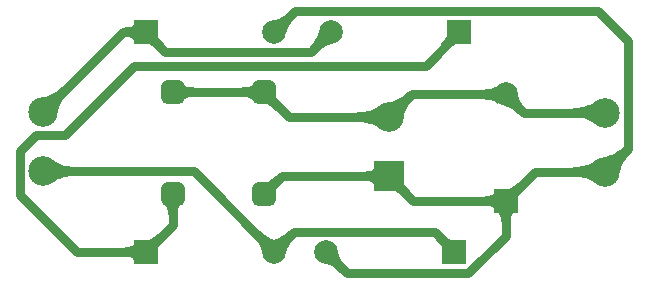
<source format=gbl>
G04*
G04 #@! TF.GenerationSoftware,Altium Limited,Altium Designer,20.1.11 (218)*
G04*
G04 Layer_Physical_Order=2*
G04 Layer_Color=16711680*
%FSLAX25Y25*%
%MOIN*%
G70*
G04*
G04 #@! TF.SameCoordinates,6160B9BD-7729-4E2E-82A6-AC9B84563703*
G04*
G04*
G04 #@! TF.FilePolarity,Positive*
G04*
G01*
G75*
%ADD10C,0.03150*%
%ADD11C,0.07874*%
%ADD12R,0.07874X0.07874*%
%ADD13R,0.07874X0.07874*%
G04:AMPARAMS|DCode=14|XSize=78.74mil|YSize=78.74mil|CornerRadius=19.68mil|HoleSize=0mil|Usage=FLASHONLY|Rotation=90.000|XOffset=0mil|YOffset=0mil|HoleType=Round|Shape=RoundedRectangle|*
%AMROUNDEDRECTD14*
21,1,0.07874,0.03937,0,0,90.0*
21,1,0.03937,0.07874,0,0,90.0*
1,1,0.03937,0.01968,0.01968*
1,1,0.03937,0.01968,-0.01968*
1,1,0.03937,-0.01968,-0.01968*
1,1,0.03937,-0.01968,0.01968*
%
%ADD14ROUNDEDRECTD14*%
%ADD15C,0.09843*%
%ADD16R,0.09843X0.09843*%
G36*
X106218Y89424D02*
X105679Y88864D01*
X104754Y87769D01*
X104368Y87234D01*
X104034Y86708D01*
X103750Y86190D01*
X103517Y85681D01*
X103335Y85180D01*
X103204Y84688D01*
X103125Y84204D01*
X98771Y88558D01*
X99255Y88638D01*
X99747Y88768D01*
X100248Y88950D01*
X100757Y89183D01*
X101275Y89467D01*
X101801Y89802D01*
X102336Y90188D01*
X103431Y91113D01*
X103991Y91651D01*
X106218Y89424D01*
D02*
G37*
G36*
X52481Y81496D02*
X52449Y81795D01*
X52354Y82063D01*
X52196Y82299D01*
X51975Y82504D01*
X51690Y82677D01*
X51343Y82819D01*
X50932Y82929D01*
X50457Y83008D01*
X49920Y83055D01*
X49319Y83071D01*
Y86221D01*
X49920Y86236D01*
X50457Y86284D01*
X50932Y86362D01*
X51343Y86473D01*
X51690Y86614D01*
X51975Y86787D01*
X52196Y86992D01*
X52354Y87229D01*
X52449Y87496D01*
X52481Y87795D01*
Y81496D01*
D02*
G37*
G36*
X161309Y80721D02*
X161064Y80899D01*
X160774Y80988D01*
X160440D01*
X160062Y80899D01*
X159639Y80721D01*
X159171Y80453D01*
X158659Y80097D01*
X158102Y79652D01*
X156855Y78494D01*
X154628Y80721D01*
X155251Y81367D01*
X156231Y82525D01*
X156587Y83037D01*
X156855Y83505D01*
X157033Y83928D01*
X157122Y84306D01*
Y84641D01*
X157033Y84930D01*
X156855Y85175D01*
X161309Y80721D01*
D02*
G37*
G36*
X60141Y84930D02*
X60052Y84641D01*
Y84306D01*
X60141Y83928D01*
X60319Y83505D01*
X60586Y83037D01*
X60942Y82525D01*
X61388Y81968D01*
X62546Y80721D01*
X60319Y78494D01*
X59673Y79117D01*
X58515Y80097D01*
X58003Y80453D01*
X57535Y80721D01*
X57112Y80899D01*
X56733Y80988D01*
X56399D01*
X56110Y80899D01*
X55865Y80721D01*
X60319Y85175D01*
X60141Y84930D01*
D02*
G37*
G36*
X118403Y80734D02*
X117919Y80654D01*
X117426Y80523D01*
X116926Y80342D01*
X116416Y80109D01*
X115899Y79825D01*
X115372Y79490D01*
X114837Y79104D01*
X113742Y78179D01*
X113182Y77640D01*
X110955Y79867D01*
X111494Y80427D01*
X112419Y81523D01*
X112805Y82057D01*
X113140Y82584D01*
X113424Y83101D01*
X113656Y83611D01*
X113838Y84112D01*
X113969Y84604D01*
X114049Y85088D01*
X118403Y80734D01*
D02*
G37*
G36*
X92150Y61496D02*
X92115Y61793D01*
X92007Y62060D01*
X91829Y62295D01*
X91579Y62499D01*
X91257Y62671D01*
X90864Y62812D01*
X90400Y62922D01*
X89864Y63000D01*
X89257Y63047D01*
X88578Y63063D01*
Y66213D01*
X89257Y66228D01*
X89864Y66275D01*
X90400Y66354D01*
X90864Y66463D01*
X91257Y66605D01*
X91579Y66777D01*
X91829Y66981D01*
X92007Y67216D01*
X92115Y67482D01*
X92150Y67780D01*
Y61496D01*
D02*
G37*
G36*
X68909Y67482D02*
X69016Y67216D01*
X69195Y66981D01*
X69445Y66777D01*
X69766Y66605D01*
X70159Y66463D01*
X70624Y66354D01*
X71160Y66275D01*
X71767Y66228D01*
X72446Y66213D01*
Y63063D01*
X71767Y63047D01*
X71160Y63000D01*
X70624Y62922D01*
X70159Y62812D01*
X69766Y62671D01*
X69445Y62499D01*
X69195Y62295D01*
X69016Y62060D01*
X68909Y61793D01*
X68873Y61496D01*
Y67780D01*
X68909Y67482D01*
D02*
G37*
G36*
X173924Y60813D02*
X173526Y61098D01*
X173085Y61354D01*
X172602Y61580D01*
X172078Y61775D01*
X171511Y61941D01*
X170902Y62076D01*
X170251Y62181D01*
X168823Y62302D01*
X168045Y62317D01*
Y65466D01*
X168823Y65481D01*
X170251Y65602D01*
X170902Y65707D01*
X171511Y65842D01*
X172078Y66008D01*
X172602Y66203D01*
X173085Y66429D01*
X173526Y66684D01*
X173924Y66970D01*
Y60813D01*
D02*
G37*
G36*
X99422Y64906D02*
X99334Y64618D01*
X99335Y64284D01*
X99426Y63906D01*
X99605Y63483D01*
X99874Y63015D01*
X100231Y62502D01*
X100678Y61945D01*
X101838Y60696D01*
X99611Y58469D01*
X98964Y59094D01*
X97805Y60076D01*
X97292Y60434D01*
X96824Y60702D01*
X96401Y60881D01*
X96023Y60972D01*
X95689Y60973D01*
X95401Y60885D01*
X95157Y60708D01*
X99599Y65150D01*
X99422Y64906D01*
D02*
G37*
G36*
X30634Y64292D02*
X30005Y63631D01*
X29434Y62964D01*
X28920Y62290D01*
X28464Y61609D01*
X28066Y60921D01*
X27725Y60226D01*
X27442Y59525D01*
X27216Y58817D01*
X27048Y58102D01*
X26937Y57381D01*
X21495Y62823D01*
X22216Y62934D01*
X22931Y63102D01*
X23639Y63328D01*
X24341Y63611D01*
X25035Y63952D01*
X25723Y64350D01*
X26404Y64806D01*
X27078Y65320D01*
X27746Y65891D01*
X28406Y66519D01*
X30634Y64292D01*
D02*
G37*
G36*
X180370Y63854D02*
X180501Y63360D01*
X180684Y62858D01*
X180917Y62347D01*
X181201Y61829D01*
X181536Y61302D01*
X181922Y60767D01*
X182845Y59672D01*
X183384Y59113D01*
X181157Y56886D01*
X180597Y57424D01*
X179502Y58348D01*
X178968Y58733D01*
X178441Y59068D01*
X177922Y59352D01*
X177412Y59585D01*
X176909Y59768D01*
X176415Y59899D01*
X175930Y59980D01*
X180289Y64340D01*
X180370Y63854D01*
D02*
G37*
G36*
X145988Y62659D02*
X145361Y61999D01*
X144791Y61332D01*
X144278Y60658D01*
X143822Y59977D01*
X143424Y59289D01*
X143083Y58593D01*
X142799Y57890D01*
X142572Y57180D01*
X142403Y56463D01*
X142291Y55738D01*
X136841Y61189D01*
X137565Y61301D01*
X138283Y61470D01*
X138993Y61697D01*
X139695Y61981D01*
X140391Y62322D01*
X141079Y62720D01*
X141761Y63176D01*
X142435Y63688D01*
X143101Y64258D01*
X143761Y64886D01*
X145988Y62659D01*
D02*
G37*
G36*
X206382Y53966D02*
X205793Y54398D01*
X205169Y54785D01*
X204508Y55126D01*
X203812Y55422D01*
X203080Y55672D01*
X202312Y55876D01*
X201508Y56035D01*
X200668Y56149D01*
X199793Y56217D01*
X198881Y56240D01*
Y59390D01*
X199793Y59412D01*
X200668Y59481D01*
X201508Y59594D01*
X202312Y59753D01*
X203080Y59958D01*
X203812Y60208D01*
X204508Y60504D01*
X205169Y60845D01*
X205793Y61231D01*
X206382Y61663D01*
Y53966D01*
D02*
G37*
G36*
X134334Y52451D02*
X133746Y52883D01*
X133121Y53269D01*
X132461Y53610D01*
X131765Y53906D01*
X131033Y54156D01*
X130265Y54361D01*
X129461Y54520D01*
X128621Y54634D01*
X127745Y54702D01*
X126834Y54725D01*
Y57874D01*
X127745Y57897D01*
X128621Y57965D01*
X129461Y58079D01*
X130265Y58238D01*
X131033Y58443D01*
X131765Y58693D01*
X132461Y58988D01*
X133121Y59329D01*
X133746Y59716D01*
X134334Y60148D01*
Y52451D01*
D02*
G37*
G36*
X218035Y44489D02*
X217409Y43830D01*
X216839Y43164D01*
X216327Y42490D01*
X215872Y41809D01*
X215473Y41120D01*
X215132Y40424D01*
X214848Y39720D01*
X214621Y39009D01*
X214451Y38290D01*
X214337Y37563D01*
X208882Y43018D01*
X209609Y43132D01*
X210328Y43302D01*
X211039Y43529D01*
X211743Y43813D01*
X212439Y44154D01*
X213128Y44553D01*
X213809Y45008D01*
X214483Y45520D01*
X215149Y46090D01*
X215808Y46716D01*
X218035Y44489D01*
D02*
G37*
G36*
X25703Y41664D02*
X26327Y41278D01*
X26988Y40937D01*
X27684Y40641D01*
X28416Y40391D01*
X29184Y40187D01*
X29988Y40027D01*
X30828Y39914D01*
X31704Y39845D01*
X32615Y39823D01*
Y36673D01*
X31704Y36650D01*
X30828Y36582D01*
X29988Y36469D01*
X29184Y36309D01*
X28416Y36105D01*
X27684Y35855D01*
X26988Y35559D01*
X26327Y35218D01*
X25703Y34832D01*
X25115Y34400D01*
Y42096D01*
X25703Y41664D01*
D02*
G37*
G36*
X101838Y34580D02*
X101213Y33933D01*
X100231Y32773D01*
X99874Y32261D01*
X99605Y31793D01*
X99426Y31370D01*
X99335Y30992D01*
X99334Y30658D01*
X99422Y30369D01*
X99599Y30125D01*
X95157Y34568D01*
X95401Y34391D01*
X95689Y34303D01*
X96023Y34304D01*
X96401Y34394D01*
X96824Y34574D01*
X97292Y34842D01*
X97805Y35200D01*
X98362Y35646D01*
X99611Y36807D01*
X101838Y34580D01*
D02*
G37*
G36*
X206382Y34281D02*
X205793Y34713D01*
X205169Y35100D01*
X204508Y35441D01*
X203812Y35737D01*
X203080Y35987D01*
X202312Y36191D01*
X201508Y36350D01*
X200668Y36464D01*
X199793Y36532D01*
X198881Y36555D01*
Y39705D01*
X199793Y39727D01*
X200668Y39796D01*
X201508Y39909D01*
X202312Y40068D01*
X203080Y40273D01*
X203812Y40523D01*
X204508Y40819D01*
X205169Y41160D01*
X205793Y41546D01*
X206382Y41978D01*
Y34281D01*
D02*
G37*
G36*
X132504Y33465D02*
X132473Y33764D01*
X132378Y34032D01*
X132220Y34268D01*
X131999Y34473D01*
X131714Y34646D01*
X131366Y34787D01*
X130955Y34898D01*
X130481Y34976D01*
X129943Y35024D01*
X129343Y35039D01*
Y38189D01*
X129943Y38205D01*
X130481Y38252D01*
X130955Y38331D01*
X131366Y38441D01*
X131714Y38583D01*
X131999Y38756D01*
X132220Y38961D01*
X132378Y39197D01*
X132473Y39465D01*
X132504Y39764D01*
Y33465D01*
D02*
G37*
G36*
X182530Y32383D02*
X181905Y31736D01*
X180923Y30577D01*
X180566Y30064D01*
X180297Y29596D01*
X180118Y29173D01*
X180027Y28795D01*
X180026Y28462D01*
X180114Y28173D01*
X180291Y27929D01*
X175849Y32371D01*
X176093Y32194D01*
X176381Y32106D01*
X176715Y32108D01*
X177093Y32198D01*
X177516Y32377D01*
X177984Y32646D01*
X178497Y33003D01*
X179054Y33450D01*
X180303Y34610D01*
X182530Y32383D01*
D02*
G37*
G36*
X142133Y35914D02*
X142044Y35625D01*
Y35291D01*
X142133Y34912D01*
X142311Y34489D01*
X142578Y34021D01*
X142934Y33509D01*
X143380Y32952D01*
X144538Y31705D01*
X142311Y29478D01*
X141665Y30101D01*
X140507Y31081D01*
X139995Y31438D01*
X139527Y31705D01*
X139104Y31883D01*
X138725Y31972D01*
X138391D01*
X138102Y31883D01*
X137857Y31705D01*
X142311Y36159D01*
X142133Y35914D01*
D02*
G37*
G36*
X172465Y25309D02*
X172433Y25608D01*
X172338Y25875D01*
X172180Y26112D01*
X171959Y26316D01*
X171675Y26490D01*
X171327Y26631D01*
X170916Y26742D01*
X170442Y26820D01*
X169904Y26868D01*
X169303Y26883D01*
Y30033D01*
X169904Y30049D01*
X170442Y30096D01*
X170916Y30175D01*
X171327Y30285D01*
X171675Y30427D01*
X171959Y30600D01*
X172180Y30805D01*
X172338Y31041D01*
X172433Y31309D01*
X172465Y31608D01*
Y25309D01*
D02*
G37*
G36*
X68199Y27083D02*
X67932Y26976D01*
X67697Y26797D01*
X67493Y26547D01*
X67321Y26226D01*
X67180Y25833D01*
X67070Y25368D01*
X66992Y24833D01*
X66945Y24225D01*
X66929Y23546D01*
X63780D01*
X63764Y24225D01*
X63717Y24833D01*
X63639Y25368D01*
X63529Y25833D01*
X63388Y26226D01*
X63215Y26547D01*
X63011Y26797D01*
X62776Y26976D01*
X62510Y27083D01*
X62212Y27119D01*
X68497D01*
X68199Y27083D01*
D02*
G37*
G36*
X179228Y24502D02*
X178961Y24407D01*
X178725Y24250D01*
X178520Y24029D01*
X178347Y23746D01*
X178205Y23399D01*
X178094Y22990D01*
X178016Y22517D01*
X177969Y21982D01*
X177953Y21384D01*
X174803D01*
X174787Y21982D01*
X174740Y22517D01*
X174662Y22990D01*
X174551Y23399D01*
X174409Y23746D01*
X174236Y24029D01*
X174031Y24250D01*
X173795Y24407D01*
X173528Y24502D01*
X173228Y24533D01*
X179528D01*
X179228Y24502D01*
D02*
G37*
G36*
X106218Y16196D02*
X105679Y15635D01*
X104754Y14540D01*
X104368Y14006D01*
X104034Y13479D01*
X103750Y12961D01*
X103517Y12452D01*
X103335Y11951D01*
X103204Y11459D01*
X103125Y10975D01*
X99213Y14887D01*
X95301Y10975D01*
X95221Y11459D01*
X95090Y11951D01*
X94908Y12452D01*
X94675Y12961D01*
X94392Y13479D01*
X94057Y14006D01*
X93671Y14540D01*
X92746Y15635D01*
X92207Y16196D01*
X94434Y18423D01*
X94994Y17884D01*
X96089Y16959D01*
X96624Y16573D01*
X97150Y16238D01*
X97668Y15954D01*
X98178Y15721D01*
X98678Y15540D01*
X99171Y15409D01*
X99213Y15402D01*
X99255Y15409D01*
X99747Y15540D01*
X100248Y15721D01*
X100757Y15954D01*
X101275Y16238D01*
X101801Y16573D01*
X102336Y16959D01*
X103431Y17884D01*
X103991Y18423D01*
X106218Y16196D01*
D02*
G37*
G36*
X62546Y15342D02*
X61921Y14695D01*
X60939Y13536D01*
X60581Y13023D01*
X60313Y12555D01*
X60133Y12132D01*
X60043Y11754D01*
X60042Y11421D01*
X60130Y11132D01*
X60307Y10888D01*
X55865Y15330D01*
X56108Y15153D01*
X56397Y15065D01*
X56731Y15067D01*
X57109Y15157D01*
X57532Y15336D01*
X58000Y15605D01*
X58512Y15962D01*
X59070Y16409D01*
X60319Y17569D01*
X62546Y15342D01*
D02*
G37*
G36*
X155927Y16945D02*
X157086Y15962D01*
X157599Y15605D01*
X158067Y15336D01*
X158490Y15157D01*
X158868Y15067D01*
X159201Y15066D01*
X159490Y15153D01*
X159734Y15330D01*
X155292Y10888D01*
X155469Y11132D01*
X155557Y11421D01*
X155555Y11754D01*
X155465Y12133D01*
X155286Y12555D01*
X155017Y13023D01*
X154660Y13536D01*
X154213Y14093D01*
X153053Y15342D01*
X155280Y17570D01*
X155927Y16945D01*
D02*
G37*
G36*
X52481Y8268D02*
X52449Y8567D01*
X52354Y8834D01*
X52196Y9071D01*
X51975Y9275D01*
X51690Y9449D01*
X51343Y9590D01*
X50932Y9701D01*
X50457Y9779D01*
X49920Y9827D01*
X49319Y9842D01*
Y12992D01*
X49920Y13008D01*
X50457Y13055D01*
X50932Y13134D01*
X51343Y13244D01*
X51690Y13386D01*
X51975Y13559D01*
X52196Y13764D01*
X52354Y14000D01*
X52449Y14268D01*
X52481Y14567D01*
Y8268D01*
D02*
G37*
G36*
X120378Y11376D02*
X120508Y10883D01*
X120690Y10382D01*
X120923Y9873D01*
X121207Y9355D01*
X121542Y8829D01*
X121927Y8294D01*
X122853Y7199D01*
X123391Y6639D01*
X121164Y4412D01*
X120604Y4951D01*
X119509Y5876D01*
X118974Y6262D01*
X118448Y6596D01*
X117930Y6880D01*
X117421Y7113D01*
X116920Y7295D01*
X116428Y7426D01*
X115944Y7505D01*
X120298Y11859D01*
X120378Y11376D01*
D02*
G37*
D10*
X144994Y63891D02*
X176378D01*
X137402Y56299D02*
X144994Y63891D01*
X182455Y57815D02*
X209449D01*
X176378Y63891D02*
X182455Y57815D01*
X104008Y56299D02*
X137402D01*
X95669Y64638D02*
X104008Y56299D01*
X186050Y38130D02*
X209449D01*
X176378Y28458D02*
X186050Y38130D01*
X145558Y28458D02*
X176378D01*
X137402Y36614D02*
X145558Y28458D01*
X176378Y16678D02*
Y28458D01*
X163900Y4200D02*
X176378Y16678D01*
X123603Y4200D02*
X163900D01*
X116386Y11417D02*
X123603Y4200D01*
X65354Y20378D02*
Y30638D01*
X56394Y11417D02*
X65354Y20378D01*
X111415Y78100D02*
X117961Y84646D01*
X62940Y78100D02*
X111415D01*
X56394Y84646D02*
X62940Y78100D01*
X99213Y11417D02*
X105795Y18000D01*
X152622D01*
X159205Y11417D01*
X33583Y11417D02*
X56394D01*
X14500Y30500D02*
X33583Y11417D01*
X14500Y30500D02*
Y45000D01*
X19900Y50400D01*
X29500D01*
X52600Y73500D01*
X149634D01*
X160780Y84646D01*
X48760D02*
X56394D01*
X22047Y57933D02*
X48760Y84646D01*
X99213D02*
X106167Y91600D01*
X207100D01*
X217000Y81700D01*
Y45681D02*
Y81700D01*
X209449Y38130D02*
X217000Y45681D01*
X95669Y30638D02*
X101646Y36614D01*
X137402D01*
X22047Y38248D02*
X72382D01*
X99213Y11417D01*
X65354Y64638D02*
X95669D01*
D11*
X99213Y11417D02*
D03*
X116386Y11417D02*
D03*
X117961Y84646D02*
D03*
X99213D02*
D03*
X176378Y63891D02*
D03*
D12*
X56394Y11417D02*
D03*
X159205Y11417D02*
D03*
X160780Y84646D02*
D03*
X56394D02*
D03*
D13*
X176378Y28458D02*
D03*
D14*
X95669Y30638D02*
D03*
Y64638D02*
D03*
X65354Y30638D02*
D03*
Y64638D02*
D03*
D15*
X209449Y57815D02*
D03*
Y38130D02*
D03*
X137402Y56299D02*
D03*
X22047Y38248D02*
D03*
Y57933D02*
D03*
D16*
X137402Y36614D02*
D03*
M02*

</source>
